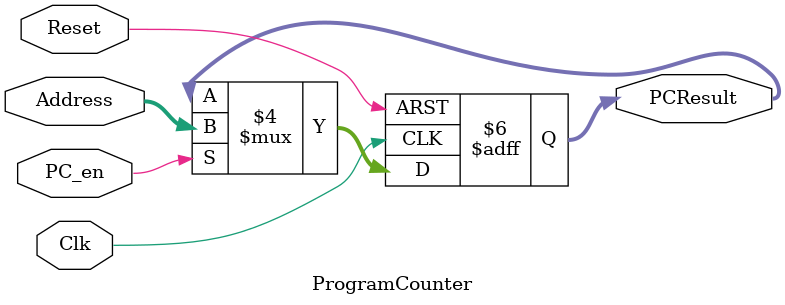
<source format=v>
`timescale 1ns / 1ps


module ProgramCounter(Address, PCResult, Reset, Clk, PC_en);

	input [31:0] Address;
	input Reset, Clk, PC_en;

	output reg [31:0] PCResult;
    
    always @(posedge Clk, posedge Reset)
    begin
       if (Reset == 1)
       begin
        PCResult <= 0;
       end 
       else if (PC_en == 1)
       begin
        PCResult <= Address;
       end
    end
    endmodule

</source>
